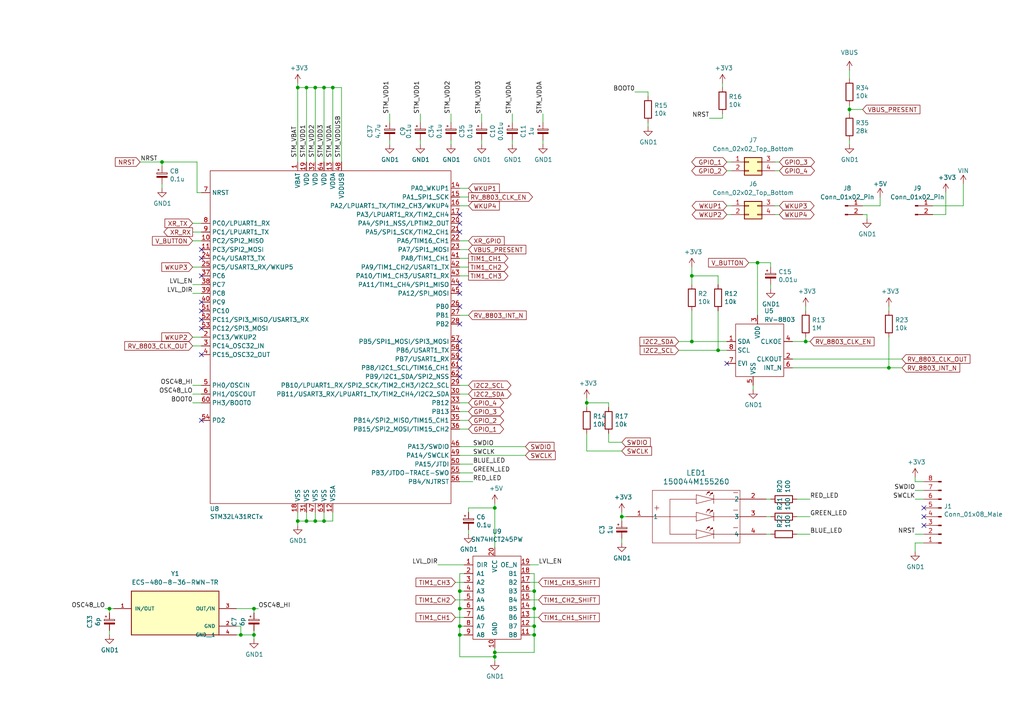
<source format=kicad_sch>
(kicad_sch (version 20231120) (generator "eeschema") (generator_version "8.0")
  (paper "A4")
  (lib_symbols
    (symbol "Connector:Conn_01x02_Pin" (pin_names (offset 1.016) hide)
      (property "Reference" "J" (at 0 2.54 0))
      (property "Value" "Conn_01x02_Pin" (at 0 -5.08 0))
      (symbol "Conn_01x02_Pin_1_1"
        (pin passive line (at 5.08 0 180) (length 3.81) (name "Pin_1") (number "1"))
        (pin passive line (at 5.08 -2.54 180) (length 3.81) (name "Pin_2") (number "2"))
      )
    )
    (symbol "Connector:Conn_01x08_Male" (pin_names (offset 1.016) hide)
      (property "Reference" "J" (at 0 10.16 0))
      (property "Value" "Conn_01x08_Male" (at 0 -12.7 0))
      (symbol "Conn_01x08_Male_1_1"
        (pin passive line (at 5.08 7.62 180) (length 3.81) (name "Pin_1") (number "1"))
        (pin passive line (at 5.08 5.08 180) (length 3.81) (name "Pin_2") (number "2"))
        (pin passive line (at 5.08 2.54 180) (length 3.81) (name "Pin_3") (number "3"))
        (pin passive line (at 5.08 0 180) (length 3.81) (name "Pin_4") (number "4"))
        (pin passive line (at 5.08 -2.54 180) (length 3.81) (name "Pin_5") (number "5"))
        (pin passive line (at 5.08 -5.08 180) (length 3.81) (name "Pin_6") (number "6"))
        (pin passive line (at 5.08 -7.62 180) (length 3.81) (name "Pin_7") (number "7"))
        (pin passive line (at 5.08 -10.16 180) (length 3.81) (name "Pin_8") (number "8"))
      )
    )
    (symbol "Connector_Generic:Conn_02x02_Top_Bottom" (pin_names (offset 1.016) hide)
      (property "Reference" "J" (at 1.27 2.54 0))
      (property "Value" "Conn_02x02_Top_Bottom" (at 1.27 -5.08 0))
      (symbol "Conn_02x02_Top_Bottom_1_1"
        (pin passive line (at -5.08 0 0) (length 3.81) (name "Pin_1") (number "1"))
        (pin passive line (at -5.08 -2.54 0) (length 3.81) (name "Pin_2") (number "2"))
        (pin passive line (at 7.62 0 180) (length 3.81) (name "Pin_3") (number "3"))
        (pin passive line (at 7.62 -2.54 180) (length 3.81) (name "Pin_4") (number "4"))
      )
    )
    (symbol "Device:R" (pin_numbers hide) (pin_names (offset 0))
      (property "Reference" "R" (at 2.032 0 90))
      (property "Value" "R" (at 0 0 90))
      (symbol "R_1_1"
        (pin passive line (at 0 3.81 270) (length 1.27) (name "~") (number "1"))
        (pin passive line (at 0 -3.81 90) (length 1.27) (name "~") (number "2"))
      )
    )
    (symbol "power:+5V" (power) (pin_names (offset 0))
      (property "Value" "+5V" (at 0 3.556 0))
      (symbol "+5V_1_1"
        (pin power_in line (at 0 0 90) (length 0) hide (name "+5V") (number "1"))
      )
    )
    (symbol "power:GND1" (power) (pin_names (offset 0))
      (property "Value" "GND1" (at 0 -3.81 0))
      (symbol "GND1_1_1"
        (pin power_in line (at 0 0 270) (length 0) hide (name "GND1") (number "1"))
      )
    )
    (symbol "power:VBUS" (power) (pin_names (offset 0))
      (property "Value" "VBUS" (at 0 3.81 0))
      (symbol "VBUS_1_1"
        (pin power_in line (at 0 0 90) (length 0) hide (name "VBUS") (number "1"))
      )
    )
    (symbol "spudglo_driver_v3p1-rescue:+3.3V-power" (power) (pin_names (offset 0))
      (property "Value" "+3.3V-power" (at 0 3.556 0))
      (symbol "+3.3V-power_1_1"
        (pin power_in line (at 0 0 90) (length 0) hide (name "+3V3") (number "1"))
      )
    )
    (symbol "spudglo_driver_v3p1-rescue:CP_Small-Device" (pin_numbers hide) (pin_names (offset 0.254) hide)
      (property "Reference" "C" (at 0.254 1.778 0))
      (property "Value" "CP_Small-Device" (at 0.254 -2.032 0))
      (symbol "CP_Small-Device_1_1"
        (pin passive line (at 0 2.54 270) (length 1.8542) (name "~") (number "1"))
        (pin passive line (at 0 -2.54 90) (length 1.8542) (name "~") (number "2"))
      )
    )
    (symbol "spudglo_driver_v3p1-rescue:SN74HCT245PW-srw_custom" (pin_names (offset 1.016))
      (property "Reference" "U" (at -13.97 16.51 0))
      (property "Value" "SN74HCT245PW-srw_custom" (at 0 -34.29 0))
      (symbol "SN74HCT245PW-srw_custom_1_1"
        (pin input line (at -2.54 -2.54 0) (length 2.54) (name "DIR") (number "1"))
        (pin input line (at 6.35 -26.67 90) (length 2.54) (name "GND") (number "10"))
        (pin input line (at 16.51 -22.86 180) (length 2.54) (name "B8") (number "11"))
        (pin input line (at 16.51 -20.32 180) (length 2.54) (name "B7") (number "12"))
        (pin input line (at 16.51 -17.78 180) (length 2.54) (name "B6") (number "13"))
        (pin input line (at 16.51 -15.24 180) (length 2.54) (name "B5") (number "14"))
        (pin input line (at 16.51 -12.7 180) (length 2.54) (name "B4") (number "15"))
        (pin input line (at 16.51 -10.16 180) (length 2.54) (name "B3") (number "16"))
        (pin input line (at 16.51 -7.62 180) (length 2.54) (name "B2") (number "17"))
        (pin input line (at 16.51 -5.08 180) (length 2.54) (name "B1") (number "18"))
        (pin input line (at 16.51 -2.54 180) (length 2.54) (name "OE_N") (number "19"))
        (pin input line (at -2.54 -5.08 0) (length 2.54) (name "A1") (number "2"))
        (pin input line (at 6.35 2.54 270) (length 2.54) (name "VCC") (number "20"))
        (pin input line (at -2.54 -7.62 0) (length 2.54) (name "A2") (number "3"))
        (pin input line (at -2.54 -10.16 0) (length 2.54) (name "A3") (number "4"))
        (pin input line (at -2.54 -12.7 0) (length 2.54) (name "A4") (number "5"))
        (pin input line (at -2.54 -15.24 0) (length 2.54) (name "A5") (number "6"))
        (pin input line (at -2.54 -17.78 0) (length 2.54) (name "A6") (number "7"))
        (pin input line (at -2.54 -20.32 0) (length 2.54) (name "A7") (number "8"))
        (pin input line (at -2.54 -22.86 0) (length 2.54) (name "A8") (number "9"))
      )
    )
    (symbol "spudglo_driver_v3p1-rescue:STM32L431RCTx-MCU_ST_STM32L4"
      (property "Reference" "U" (at -6.35 29.21 0))
      (property "Value" "STM32L431RCTx-MCU_ST_STM32L4" (at -8.89 -72.39 0))
      (symbol "STM32L431RCTx-MCU_ST_STM32L4_1_1"
        (pin power_in line (at 16.51 29.21 270) (length 2.54) (name "VBAT") (number "1"))
        (pin bidirectional line (at -11.43 6.35 0) (length 2.54) (name "PC2/SPI2_MISO") (number "10"))
        (pin bidirectional line (at -11.43 3.81 0) (length 2.54) (name "PC3/SPI2_MOSI") (number "11"))
        (pin power_in line (at 26.67 -72.39 90) (length 2.54) (name "VSSA") (number "12"))
        (pin power_in line (at 26.67 29.21 270) (length 2.54) (name "VDDA") (number "13"))
        (pin bidirectional line (at 63.5 21.59 180) (length 2.54) (name "PA0_WKUP1") (number "14"))
        (pin bidirectional line (at 63.5 19.05 180) (length 2.54) (name "PA1_SPI1_SCK") (number "15"))
        (pin bidirectional line (at 63.5 16.51 180) (length 2.54) (name "PA2/LPUART1_TX/TIM2_CH3/WKUP4") (number "16"))
        (pin bidirectional line (at 63.5 13.97 180) (length 2.54) (name "PA3/LPUART1_RX/TIM2_CH4") (number "17"))
        (pin power_in line (at 16.51 -72.39 90) (length 2.54) (name "VSS") (number "18"))
        (pin power_in line (at 19.05 29.21 270) (length 2.54) (name "VDD") (number "19"))
        (pin bidirectional line (at -11.43 -21.59 0) (length 2.54) (name "PC13/WKUP2") (number "2"))
        (pin bidirectional line (at 63.5 11.43 180) (length 2.54) (name "PA4/SPI1_NSS/LPTIM2_OUT") (number "20"))
        (pin bidirectional line (at 63.5 8.89 180) (length 2.54) (name "PA5/SPI1_SCK/TIM2_CH1") (number "21"))
        (pin bidirectional line (at 63.5 6.35 180) (length 2.54) (name "PA6/TIM16_CH1") (number "22"))
        (pin bidirectional line (at 63.5 3.81 180) (length 2.54) (name "PA7/SPI1_MOSI") (number "23"))
        (pin bidirectional line (at -11.43 1.27 0) (length 2.54) (name "PC4/USART3_TX") (number "24"))
        (pin bidirectional line (at -11.43 -1.27 0) (length 2.54) (name "PC5/USART3_RX/WKUP5") (number "25"))
        (pin bidirectional line (at 63.5 -12.7 180) (length 2.54) (name "PB0") (number "26"))
        (pin bidirectional line (at 63.5 -15.24 180) (length 2.54) (name "PB1") (number "27"))
        (pin bidirectional line (at 63.5 -17.78 180) (length 2.54) (name "PB2") (number "28"))
        (pin bidirectional line (at 63.5 -35.56 180) (length 2.54) (name "PB10/LPUART1_RX/SPI2_SCK/TIM2_CH3/I2C2_SCL") (number "29"))
        (pin bidirectional line (at -11.43 -24.13 0) (length 2.54) (name "PC14_OSC32_IN") (number "3"))
        (pin bidirectional line (at 63.5 -38.1 180) (length 2.54) (name "PB11/USART3_RX/LPUART1_TX/TIM2_CH4/I2C2_SDA") (number "30"))
        (pin power_in line (at 19.05 -72.39 90) (length 2.54) (name "VSS") (number "31"))
        (pin power_in line (at 21.59 29.21 270) (length 2.54) (name "VDD") (number "32"))
        (pin bidirectional line (at 63.5 -40.64 180) (length 2.54) (name "PB12") (number "33"))
        (pin bidirectional line (at 63.5 -43.18 180) (length 2.54) (name "PB13") (number "34"))
        (pin bidirectional line (at 63.5 -45.72 180) (length 2.54) (name "PB14/SPI2_MISO/TIM15_CH1") (number "35"))
        (pin bidirectional line (at 63.5 -48.26 180) (length 2.54) (name "PB15/SPI2_MOSI/TIM15_CH2") (number "36"))
        (pin bidirectional line (at -11.43 -3.81 0) (length 2.54) (name "PC6") (number "37"))
        (pin bidirectional line (at -11.43 -6.35 0) (length 2.54) (name "PC7") (number "38"))
        (pin bidirectional line (at -11.43 -8.89 0) (length 2.54) (name "PC8") (number "39"))
        (pin bidirectional line (at -11.43 -26.67 0) (length 2.54) (name "PC15_OSC32_OUT") (number "4"))
        (pin bidirectional line (at -11.43 -11.43 0) (length 2.54) (name "PC9") (number "40"))
        (pin bidirectional line (at 63.5 1.27 180) (length 2.54) (name "PA8/TIM1_CH1") (number "41"))
        (pin bidirectional line (at 63.5 -1.27 180) (length 2.54) (name "PA9/TIM1_CH2/USART1_TX") (number "42"))
        (pin bidirectional line (at 63.5 -3.81 180) (length 2.54) (name "PA10/TIM1_CH3/USART1_RX") (number "43"))
        (pin bidirectional line (at 63.5 -6.35 180) (length 2.54) (name "PA11/TIM1_CH4/SPI1_MISO") (number "44"))
        (pin bidirectional line (at 63.5 -8.89 180) (length 2.54) (name "PA12/SPI_MOSI") (number "45"))
        (pin bidirectional line (at 63.5 -53.34 180) (length 2.54) (name "PA13/SWDIO") (number "46"))
        (pin power_in line (at 21.59 -72.39 90) (length 2.54) (name "VSS") (number "47"))
        (pin power_in line (at 29.21 29.21 270) (length 2.54) (name "VDDUSB") (number "48"))
        (pin bidirectional line (at 63.5 -55.88 180) (length 2.54) (name "PA14/SWCLK") (number "49"))
        (pin input line (at -11.43 -35.56 0) (length 2.54) (name "PH0/OSCIN") (number "5"))
        (pin bidirectional line (at 63.5 -58.42 180) (length 2.54) (name "PA15/JTDI") (number "50"))
        (pin bidirectional line (at -11.43 -13.97 0) (length 2.54) (name "PC10") (number "51"))
        (pin bidirectional line (at -11.43 -16.51 0) (length 2.54) (name "PC11/SPI3_MISO/USART3_RX") (number "52"))
        (pin bidirectional line (at -11.43 -19.05 0) (length 2.54) (name "PC12/SPI3_MOSI") (number "53"))
        (pin bidirectional line (at -11.43 -45.72 0) (length 2.54) (name "PD2") (number "54"))
        (pin bidirectional line (at 63.5 -60.96 180) (length 2.54) (name "PB3/JTDO-TRACE-SWO") (number "55"))
        (pin bidirectional line (at 63.5 -63.5 180) (length 2.54) (name "PB4/NJTRST") (number "56"))
        (pin bidirectional line (at 63.5 -22.86 180) (length 2.54) (name "PB5/SPI1_MOSI/SPI3_MOSI") (number "57"))
        (pin bidirectional line (at 63.5 -25.4 180) (length 2.54) (name "PB6/USART1_TX") (number "58"))
        (pin bidirectional line (at 63.5 -27.94 180) (length 2.54) (name "PB7/USART1_RX") (number "59"))
        (pin input line (at -11.43 -38.1 0) (length 2.54) (name "PH1/OSCOUT") (number "6"))
        (pin bidirectional line (at -11.43 -40.64 0) (length 2.54) (name "PH3/BOOT0") (number "60"))
        (pin bidirectional line (at 63.5 -30.48 180) (length 2.54) (name "PB8/I2C1_SCL/TIM16_CH1") (number "61"))
        (pin bidirectional line (at 63.5 -33.02 180) (length 2.54) (name "PB9/I2C1_SDA/SPI2_NSS") (number "62"))
        (pin power_in line (at 24.13 -72.39 90) (length 2.54) (name "VSS") (number "63"))
        (pin power_in line (at 24.13 29.21 270) (length 2.54) (name "VDD") (number "64"))
        (pin input line (at -11.43 20.32 0) (length 2.54) (name "NRST") (number "7"))
        (pin bidirectional line (at -11.43 11.43 0) (length 2.54) (name "PC0/LPUART1_RX") (number "8"))
        (pin bidirectional line (at -11.43 8.89 0) (length 2.54) (name "PC1/LPUART1_TX") (number "9"))
      )
    )
    (symbol "srw:rv-8803"
      (property "Reference" "U" (at -1.27 2.54 0))
      (property "Value" "RV-8803" (at 12.7 -16.51 0))
      (symbol "rv-8803_1_1"
        (pin input line (at -2.54 -5.08 0) (length 2.54) (name "SDA") (number "1"))
        (pin input line (at 16.51 -10.16 180) (length 2.54) (name "CLKOUT") (number "2"))
        (pin input line (at 6.35 2.54 270) (length 2.54) (name "VDD") (number "3"))
        (pin input line (at 16.51 -5.08 180) (length 2.54) (name "CLKOE") (number "4"))
        (pin input line (at 5.08 -17.78 90) (length 2.54) (name "VSS") (number "5"))
        (pin input line (at 16.51 -12.7 180) (length 2.54) (name "INT_N") (number "6"))
        (pin input line (at -2.54 -11.43 0) (length 2.54) (name "EVI") (number "7"))
        (pin input line (at -2.54 -7.62 0) (length 2.54) (name "SCL") (number "8"))
      )
    )
    (symbol "srw_custom:150044M155260" (pin_names (offset 0.254))
      (property "Reference" "LED" (at 20.32 10.16 0))
      (property "Value" "150044M155260" (at 20.32 7.62 0))
      (symbol "150044M155260_0_1"
        (pin unspecified line (at 0 -2.54 0) (length 7.62) (name "1") (number "1"))
        (pin unspecified line (at 40.64 2.54 180) (length 7.62) (name "2") (number "2"))
        (pin unspecified line (at 40.64 -2.54 180) (length 7.62) (name "3") (number "3"))
        (pin unspecified line (at 40.64 -7.62 180) (length 7.62) (name "4") (number "4"))
      )
    )
    (symbol "srw_custom:ECS-480-8-36-RWN-TR" (pin_names (offset 1.016))
      (property "Reference" "Y" (at -12.7289 7.6374 0))
      (property "Value" "ECS-480-8-36-RWN-TR" (at -12.7089 -7.6253 0))
      (symbol "ECS-480-8-36-RWN-TR_0_0"
        (pin bidirectional line (at -17.78 2.54 0) (length 5.08) (name "IN/OUT") (number "1"))
        (pin power_in line (at 17.78 -2.54 180) (length 5.08) (name "GND") (number "2"))
        (pin bidirectional line (at 17.78 2.54 180) (length 5.08) (name "OUT/IN") (number "3"))
        (pin power_in line (at 17.78 -5.08 180) (length 5.08) (name "GND__1") (number "4"))
      )
    )
  )
  (junction (at 143.51 190.5))
  (junction (at 93.98 25.4))
  (junction (at 170.18 116.84))
  (junction (at 257.81 106.68))
  (junction (at 143.51 189.23))
  (junction (at 69.85 184.15))
  (junction (at 96.52 25.4))
  (junction (at 31.75 176.53))
  (junction (at 133.35 176.53))
  (junction (at 88.9 151.13))
  (junction (at 88.9 25.4))
  (junction (at 73.66 176.53))
  (junction (at 133.35 171.45))
  (junction (at 46.99 46.99))
  (junction (at 154.94 181.61))
  (junction (at 73.66 184.15))
  (junction (at 133.35 184.15))
  (junction (at 208.28 101.6))
  (junction (at 86.36 25.4))
  (junction (at 219.71 76.2))
  (junction (at 154.94 176.53))
  (junction (at 154.94 171.45))
  (junction (at 233.68 99.06))
  (junction (at 93.98 151.13))
  (junction (at 91.44 25.4))
  (junction (at 86.36 151.13))
  (junction (at 180.34 149.86))
  (junction (at 154.94 184.15))
  (junction (at 200.66 80.01))
  (junction (at 246.38 31.75))
  (junction (at 133.35 181.61))
  (junction (at 143.51 147.32))
  (junction (at 200.66 99.06))
  (junction (at 91.44 151.13))
  (no_connect (at 133.35 64.77))
  (no_connect (at 58.42 121.92))
  (no_connect (at 133.35 67.31))
  (no_connect (at 133.35 109.22))
  (no_connect (at 58.42 102.87))
  (no_connect (at 267.97 147.32))
  (no_connect (at 133.35 82.55))
  (no_connect (at 133.35 93.98))
  (no_connect (at 58.42 72.39))
  (no_connect (at 133.35 85.09))
  (no_connect (at 210.82 105.41))
  (no_connect (at 58.42 80.01))
  (no_connect (at 58.42 92.71))
  (no_connect (at 267.97 152.4))
  (no_connect (at 133.35 104.14))
  (no_connect (at 58.42 95.25))
  (no_connect (at 133.35 62.23))
  (no_connect (at 58.42 90.17))
  (no_connect (at 133.35 101.6))
  (no_connect (at 133.35 99.06))
  (no_connect (at 133.35 106.68))
  (no_connect (at 267.97 149.86))
  (no_connect (at 58.42 87.63))
  (no_connect (at 58.42 74.93))
  (no_connect (at 133.35 88.9))
  (wire (pts (xy 154.94 181.61) (xy 154.94 184.15)))
  (wire (pts (xy 69.85 184.15) (xy 69.85 181.61)))
  (wire (pts (xy 153.67 176.53) (xy 154.94 176.53)))
  (wire (pts (xy 55.88 85.09) (xy 58.42 85.09)))
  (wire (pts (xy 153.67 163.83) (xy 156.21 163.83)))
  (wire (pts (xy 219.71 76.2) (xy 219.71 91.44)))
  (wire (pts (xy 133.35 132.08) (xy 152.4 132.08)))
  (wire (pts (xy 219.71 76.2) (xy 223.52 76.2)))
  (wire (pts (xy 133.35 176.53) (xy 133.35 171.45)))
  (wire (pts (xy 137.16 137.16) (xy 133.35 137.16)))
  (wire (pts (xy 69.85 184.15) (xy 73.66 184.15)))
  (wire (pts (xy 135.89 114.3) (xy 133.35 114.3)))
  (wire (pts (xy 250.19 59.69) (xy 255.27 59.69)))
  (wire (pts (xy 246.38 31.75) (xy 246.38 33.02)))
  (wire (pts (xy 180.34 149.86) (xy 181.61 149.86)))
  (wire (pts (xy 133.35 184.15) (xy 133.35 181.61)))
  (wire (pts (xy 265.43 144.78) (xy 267.97 144.78)))
  (wire (pts (xy 170.18 115.57) (xy 170.18 116.84)))
  (wire (pts (xy 231.14 154.94) (xy 234.95 154.94)))
  (wire (pts (xy 257.81 106.68) (xy 261.62 106.68)))
  (wire (pts (xy 46.99 54.61) (xy 46.99 53.34)))
  (wire (pts (xy 132.08 173.99) (xy 134.62 173.99)))
  (wire (pts (xy 31.75 177.8) (xy 31.75 176.53)))
  (wire (pts (xy 222.25 144.78) (xy 223.52 144.78)))
  (wire (pts (xy 96.52 25.4) (xy 99.06 25.4)))
  (wire (pts (xy 154.94 171.45) (xy 154.94 166.37)))
  (wire (pts (xy 99.06 25.4) (xy 99.06 46.99)))
  (wire (pts (xy 133.35 74.93) (xy 135.89 74.93)))
  (wire (pts (xy 133.35 54.61) (xy 135.89 54.61)))
  (wire (pts (xy 133.35 171.45) (xy 134.62 171.45)))
  (wire (pts (xy 143.51 189.23) (xy 154.94 189.23)))
  (wire (pts (xy 180.34 128.27) (xy 176.53 128.27)))
  (wire (pts (xy 143.51 189.23) (xy 143.51 187.96)))
  (wire (pts (xy 217.17 76.2) (xy 219.71 76.2)))
  (wire (pts (xy 229.87 104.14) (xy 261.62 104.14)))
  (wire (pts (xy 154.94 166.37) (xy 153.67 166.37)))
  (wire (pts (xy 133.35 171.45) (xy 133.35 166.37)))
  (wire (pts (xy 143.51 190.5) (xy 133.35 190.5)))
  (wire (pts (xy 73.66 184.15) (xy 73.66 185.42)))
  (wire (pts (xy 55.88 114.3) (xy 58.42 114.3)))
  (wire (pts (xy 176.53 116.84) (xy 170.18 116.84)))
  (wire (pts (xy 121.92 41.91) (xy 121.92 40.64)))
  (wire (pts (xy 180.34 148.59) (xy 180.34 149.86)))
  (wire (pts (xy 73.66 176.53) (xy 68.58 176.53)))
  (wire (pts (xy 196.85 99.06) (xy 200.66 99.06)))
  (wire (pts (xy 154.94 189.23) (xy 154.94 184.15)))
  (wire (pts (xy 127 163.83) (xy 134.62 163.83)))
  (wire (pts (xy 96.52 151.13) (xy 93.98 151.13)))
  (wire (pts (xy 154.94 181.61) (xy 154.94 176.53)))
  (wire (pts (xy 184.15 26.67) (xy 187.96 26.67)))
  (wire (pts (xy 153.67 181.61) (xy 154.94 181.61)))
  (wire (pts (xy 55.88 97.79) (xy 58.42 97.79)))
  (wire (pts (xy 55.88 67.31) (xy 58.42 67.31)))
  (wire (pts (xy 93.98 151.13) (xy 91.44 151.13)))
  (wire (pts (xy 86.36 25.4) (xy 88.9 25.4)))
  (wire (pts (xy 73.66 177.8) (xy 73.66 176.53)))
  (wire (pts (xy 55.88 69.85) (xy 58.42 69.85)))
  (wire (pts (xy 279.4 59.69) (xy 279.4 53.34)))
  (wire (pts (xy 88.9 151.13) (xy 86.36 151.13)))
  (wire (pts (xy 210.82 46.99) (xy 212.09 46.99)))
  (wire (pts (xy 255.27 59.69) (xy 255.27 57.15)))
  (wire (pts (xy 231.14 144.78) (xy 234.95 144.78)))
  (wire (pts (xy 130.81 41.91) (xy 130.81 40.64)))
  (wire (pts (xy 257.81 97.79) (xy 257.81 106.68)))
  (wire (pts (xy 233.68 88.9) (xy 233.68 90.17)))
  (wire (pts (xy 170.18 116.84) (xy 170.18 118.11)))
  (wire (pts (xy 265.43 157.48) (xy 265.43 160.02)))
  (wire (pts (xy 143.51 191.77) (xy 143.51 190.5)))
  (wire (pts (xy 133.35 166.37) (xy 134.62 166.37)))
  (wire (pts (xy 132.08 179.07) (xy 134.62 179.07)))
  (wire (pts (xy 223.52 76.2) (xy 223.52 77.47)))
  (wire (pts (xy 31.75 182.88) (xy 31.75 184.15)))
  (wire (pts (xy 200.66 80.01) (xy 200.66 82.55)))
  (wire (pts (xy 229.87 106.68) (xy 257.81 106.68)))
  (wire (pts (xy 135.89 119.38) (xy 133.35 119.38)))
  (wire (pts (xy 143.51 147.32) (xy 143.51 158.75)))
  (wire (pts (xy 88.9 25.4) (xy 88.9 46.99)))
  (wire (pts (xy 231.14 149.86) (xy 234.95 149.86)))
  (wire (pts (xy 210.82 59.69) (xy 212.09 59.69)))
  (wire (pts (xy 133.35 190.5) (xy 133.35 184.15)))
  (wire (pts (xy 180.34 149.86) (xy 180.34 151.13)))
  (wire (pts (xy 246.38 31.75) (xy 250.19 31.75)))
  (wire (pts (xy 133.35 69.85) (xy 135.89 69.85)))
  (wire (pts (xy 267.97 139.7) (xy 265.43 139.7)))
  (wire (pts (xy 58.42 55.88) (xy 57.15 55.88)))
  (wire (pts (xy 246.38 40.64) (xy 246.38 41.91)))
  (wire (pts (xy 86.36 24.13) (xy 86.36 25.4)))
  (wire (pts (xy 222.25 154.94) (xy 223.52 154.94)))
  (wire (pts (xy 154.94 176.53) (xy 154.94 171.45)))
  (wire (pts (xy 257.81 88.9) (xy 257.81 90.17)))
  (wire (pts (xy 30.48 176.53) (xy 31.75 176.53)))
  (wire (pts (xy 31.75 176.53) (xy 33.02 176.53)))
  (wire (pts (xy 130.81 33.02) (xy 130.81 35.56)))
  (wire (pts (xy 148.59 33.02) (xy 148.59 35.56)))
  (wire (pts (xy 270.51 62.23) (xy 274.32 62.23)))
  (wire (pts (xy 208.28 80.01) (xy 200.66 80.01)))
  (wire (pts (xy 143.51 190.5) (xy 143.51 189.23)))
  (wire (pts (xy 265.43 142.24) (xy 267.97 142.24)))
  (wire (pts (xy 73.66 176.53) (xy 74.93 176.53)))
  (wire (pts (xy 180.34 156.21) (xy 180.34 157.48)))
  (wire (pts (xy 157.48 41.91) (xy 157.48 40.64)))
  (wire (pts (xy 135.89 153.67) (xy 135.89 154.94)))
  (wire (pts (xy 209.55 25.4) (xy 209.55 24.13)))
  (wire (pts (xy 209.55 34.29) (xy 209.55 33.02)))
  (wire (pts (xy 135.89 111.76) (xy 133.35 111.76)))
  (wire (pts (xy 135.89 116.84) (xy 133.35 116.84)))
  (wire (pts (xy 233.68 99.06) (xy 234.95 99.06)))
  (wire (pts (xy 208.28 101.6) (xy 210.82 101.6)))
  (wire (pts (xy 91.44 148.59) (xy 91.44 151.13)))
  (wire (pts (xy 113.03 33.02) (xy 113.03 35.56)))
  (wire (pts (xy 251.46 62.23) (xy 251.46 63.5)))
  (wire (pts (xy 270.51 59.69) (xy 279.4 59.69)))
  (wire (pts (xy 274.32 62.23) (xy 274.32 55.88)))
  (wire (pts (xy 222.25 149.86) (xy 223.52 149.86)))
  (wire (pts (xy 88.9 148.59) (xy 88.9 151.13)))
  (wire (pts (xy 187.96 27.94) (xy 187.96 26.67)))
  (wire (pts (xy 91.44 25.4) (xy 93.98 25.4)))
  (wire (pts (xy 55.88 111.76) (xy 58.42 111.76)))
  (wire (pts (xy 267.97 157.48) (xy 265.43 157.48)))
  (wire (pts (xy 135.89 124.46) (xy 133.35 124.46)))
  (wire (pts (xy 153.67 171.45) (xy 154.94 171.45)))
  (wire (pts (xy 46.99 46.99) (xy 57.15 46.99)))
  (wire (pts (xy 137.16 139.7) (xy 133.35 139.7)))
  (wire (pts (xy 139.7 41.91) (xy 139.7 40.64)))
  (wire (pts (xy 176.53 128.27) (xy 176.53 125.73)))
  (wire (pts (xy 133.35 129.54) (xy 152.4 129.54)))
  (wire (pts (xy 135.89 148.59) (xy 135.89 147.32)))
  (wire (pts (xy 133.35 176.53) (xy 134.62 176.53)))
  (wire (pts (xy 135.89 77.47) (xy 133.35 77.47)))
  (wire (pts (xy 55.88 77.47) (xy 58.42 77.47)))
  (wire (pts (xy 187.96 36.83) (xy 187.96 35.56)))
  (wire (pts (xy 180.34 130.81) (xy 170.18 130.81)))
  (wire (pts (xy 91.44 25.4) (xy 91.44 46.99)))
  (wire (pts (xy 218.44 111.76) (xy 218.44 113.03)))
  (wire (pts (xy 153.67 173.99) (xy 156.21 173.99)))
  (wire (pts (xy 246.38 20.32) (xy 246.38 22.86)))
  (wire (pts (xy 86.36 25.4) (xy 86.36 46.99)))
  (wire (pts (xy 55.88 82.55) (xy 58.42 82.55)))
  (wire (pts (xy 139.7 33.02) (xy 139.7 35.56)))
  (wire (pts (xy 135.89 57.15) (xy 133.35 57.15)))
  (wire (pts (xy 57.15 55.88) (xy 57.15 46.99)))
  (wire (pts (xy 208.28 90.17) (xy 208.28 101.6)))
  (wire (pts (xy 86.36 151.13) (xy 86.36 152.4)))
  (wire (pts (xy 135.89 121.92) (xy 133.35 121.92)))
  (wire (pts (xy 91.44 151.13) (xy 88.9 151.13)))
  (wire (pts (xy 133.35 72.39) (xy 135.89 72.39)))
  (wire (pts (xy 154.94 184.15) (xy 153.67 184.15)))
  (wire (pts (xy 210.82 62.23) (xy 212.09 62.23)))
  (wire (pts (xy 176.53 118.11) (xy 176.53 116.84)))
  (wire (pts (xy 205.74 34.29) (xy 209.55 34.29)))
  (wire (pts (xy 196.85 101.6) (xy 208.28 101.6)))
  (wire (pts (xy 135.89 80.01) (xy 133.35 80.01)))
  (wire (pts (xy 224.79 59.69) (xy 226.06 59.69)))
  (wire (pts (xy 133.35 181.61) (xy 134.62 181.61)))
  (wire (pts (xy 93.98 148.59) (xy 93.98 151.13)))
  (wire (pts (xy 55.88 100.33) (xy 58.42 100.33)))
  (wire (pts (xy 137.16 134.62) (xy 133.35 134.62)))
  (wire (pts (xy 229.87 99.06) (xy 233.68 99.06)))
  (wire (pts (xy 200.66 77.47) (xy 200.66 80.01)))
  (wire (pts (xy 143.51 146.05) (xy 143.51 147.32)))
  (wire (pts (xy 210.82 49.53) (xy 212.09 49.53)))
  (wire (pts (xy 224.79 62.23) (xy 226.06 62.23)))
  (wire (pts (xy 86.36 148.59) (xy 86.36 151.13)))
  (wire (pts (xy 132.08 168.91) (xy 134.62 168.91)))
  (wire (pts (xy 224.79 46.99) (xy 226.06 46.99)))
  (wire (pts (xy 96.52 148.59) (xy 96.52 151.13)))
  (wire (pts (xy 93.98 25.4) (xy 96.52 25.4)))
  (wire (pts (xy 135.89 147.32) (xy 143.51 147.32)))
  (wire (pts (xy 153.67 179.07) (xy 156.21 179.07)))
  (wire (pts (xy 55.88 116.84) (xy 58.42 116.84)))
  (wire (pts (xy 157.48 33.02) (xy 157.48 35.56)))
  (wire (pts (xy 96.52 25.4) (xy 96.52 46.99)))
  (wire (pts (xy 133.35 184.15) (xy 134.62 184.15)))
  (wire (pts (xy 40.64 46.99) (xy 46.99 46.99)))
  (wire (pts (xy 46.99 48.26) (xy 46.99 46.99)))
  (wire (pts (xy 55.88 64.77) (xy 58.42 64.77)))
  (wire (pts (xy 265.43 154.94) (xy 267.97 154.94)))
  (wire (pts (xy 93.98 25.4) (xy 93.98 46.99)))
  (wire (pts (xy 153.67 168.91) (xy 156.21 168.91)))
  (wire (pts (xy 73.66 184.15) (xy 73.66 182.88)))
  (wire (pts (xy 246.38 30.48) (xy 246.38 31.75)))
  (wire (pts (xy 223.52 82.55) (xy 223.52 83.82)))
  (wire (pts (xy 200.66 99.06) (xy 210.82 99.06)))
  (wire (pts (xy 133.35 181.61) (xy 133.35 176.53)))
  (wire (pts (xy 133.35 91.44) (xy 135.89 91.44)))
  (wire (pts (xy 200.66 90.17) (xy 200.66 99.06)))
  (wire (pts (xy 121.92 33.02) (xy 121.92 35.56)))
  (wire (pts (xy 224.79 49.53) (xy 226.06 49.53)))
  (wire (pts (xy 69.85 181.61) (xy 68.58 181.61)))
  (wire (pts (xy 265.43 139.7) (xy 265.43 138.43)))
  (wire (pts (xy 113.03 41.91) (xy 113.03 40.64)))
  (wire (pts (xy 250.19 62.23) (xy 251.46 62.23)))
  (wire (pts (xy 148.59 41.91) (xy 148.59 40.64)))
  (wire (pts (xy 233.68 99.06) (xy 233.68 97.79)))
  (wire (pts (xy 135.89 59.69) (xy 133.35 59.69)))
  (wire (pts (xy 88.9 25.4) (xy 91.44 25.4)))
  (wire (pts (xy 170.18 130.81) (xy 170.18 125.73)))
  (wire (pts (xy 208.28 82.55) (xy 208.28 80.01)))
  (wire (pts (xy 68.58 184.15) (xy 69.85 184.15)))
  (label "NRST" (at 205.74 34.29 180))
  (label "STM_VBAT" (at 86.36 45.72 90))
  (label "SWCLK" (at 137.16 132.08 0))
  (label "LVL_EN" (at 156.21 163.83 0))
  (label "LVL_EN" (at 55.88 82.55 180))
  (label "STM_VDD3" (at 139.7 33.02 90))
  (label "OSC48_HI" (at 74.93 176.53 0))
  (label "SWCLK" (at 265.43 144.78 180))
  (label "STM_VDDA" (at 96.52 45.72 90))
  (label "GREEN_LED" (at 137.16 137.16 0))
  (label "STM_VDD3" (at 93.98 45.72 90))
  (label "GREEN_LED" (at 234.95 149.86 0))
  (label "BLUE_LED" (at 137.16 134.62 0))
  (label "SWDIO" (at 265.43 142.24 180))
  (label "LVL_DIR" (at 55.88 85.09 180))
  (label "NRST" (at 265.43 154.94 180))
  (label "STM_VDDA" (at 157.48 33.02 90))
  (label "NRST" (at 45.72 46.99 180))
  (label "STM_VDD2" (at 91.44 45.72 90))
  (label "STM_VDDUSB" (at 99.06 45.72 90))
  (label "BOOT0" (at 184.15 26.67 180))
  (label "OSC48_LO" (at 30.48 176.53 180))
  (label "OSC48_LO" (at 55.88 114.3 180))
  (label "LVL_DIR" (at 127 163.83 180))
  (label "STM_VDD1" (at 88.9 45.72 90))
  (label "SWDIO" (at 137.16 129.54 0))
  (label "OSC48_HI" (at 55.88 111.76 180))
  (label "STM_VDD1" (at 121.92 33.02 90))
  (label "BOOT0" (at 55.88 116.84 180))
  (label "RED_LED" (at 234.95 144.78 0))
  (label "STM_VDD2" (at 130.81 33.02 90))
  (label "RED_LED" (at 137.16 139.7 0))
  (label "BLUE_LED" (at 234.95 154.94 0))
  (label "STM_VDD1" (at 113.03 33.02 90))
  (label "STM_VDDA" (at 148.59 33.02 90))
  (global_label "RV_8803_INT_N" (shape input) (at 261.62 106.68 0) (property "Intersheetrefs" "${INTERSHEET_REFS}" (effects (hide yes))))
  (global_label "WKUP2" (shape input) (at 55.88 97.79 180) (property "Intersheetrefs" "${INTERSHEET_REFS}" (effects (hide yes))))
  (global_label "RV_8803_CLK_EN" (shape input) (at 234.95 99.06 0) (property "Intersheetrefs" "${INTERSHEET_REFS}" (effects (hide yes))))
  (global_label "GPIO_4" (shape bidirectional) (at 226.06 49.53 0) (property "Intersheetrefs" "${INTERSHEET_REFS}" (effects (hide yes))))
  (global_label "XR_RX" (shape output) (at 55.88 67.31 180) (property "Intersheetrefs" "${INTERSHEET_REFS}" (effects (hide yes))))
  (global_label "TIM1_CH2" (shape input) (at 132.08 173.99 180) (property "Intersheetrefs" "${INTERSHEET_REFS}" (effects (hide yes))))
  (global_label "GPIO_3" (shape bidirectional) (at 226.06 46.99 0) (property "Intersheetrefs" "${INTERSHEET_REFS}" (effects (hide yes))))
  (global_label "I2C2_SCL" (shape bidirectional) (at 135.89 111.76 0) (property "Intersheetrefs" "${INTERSHEET_REFS}" (effects (hide yes))))
  (global_label "XR_TX" (shape input) (at 55.88 64.77 180) (property "Intersheetrefs" "${INTERSHEET_REFS}" (effects (hide yes))))
  (global_label "TIM1_CH1" (shape input) (at 132.08 179.07 180) (property "Intersheetrefs" "${INTERSHEET_REFS}" (effects (hide yes))))
  (global_label "WKUP2" (shape bidirectional) (at 210.82 62.23 180) (property "Intersheetrefs" "${INTERSHEET_REFS}" (effects (hide yes))))
  (global_label "SWCLK" (shape input) (at 152.4 132.08 0) (property "Intersheetrefs" "${INTERSHEET_REFS}" (effects (hide yes))))
  (global_label "RV_8803_CLK_OUT" (shape input) (at 261.62 104.14 0) (property "Intersheetrefs" "${INTERSHEET_REFS}" (effects (hide yes))))
  (global_label "VBUS_PRESENT" (shape input) (at 250.19 31.75 0) (property "Intersheetrefs" "${INTERSHEET_REFS}" (effects (hide yes))))
  (global_label "WKUP3" (shape bidirectional) (at 226.06 59.69 0) (property "Intersheetrefs" "${INTERSHEET_REFS}" (effects (hide yes))))
  (global_label "TIM1_CH3" (shape input) (at 132.08 168.91 180) (property "Intersheetrefs" "${INTERSHEET_REFS}" (effects (hide yes))))
  (global_label "SWCLK" (shape input) (at 180.34 130.81 0) (property "Intersheetrefs" "${INTERSHEET_REFS}" (effects (hide yes))))
  (global_label "V_BUTTON" (shape input) (at 55.88 69.85 180) (property "Intersheetrefs" "${INTERSHEET_REFS}" (effects (hide yes))))
  (global_label "GPIO_2" (shape bidirectional) (at 210.82 49.53 180) (property "Intersheetrefs" "${INTERSHEET_REFS}" (effects (hide yes))))
  (global_label "SWDIO" (shape input) (at 180.34 128.27 0) (property "Intersheetrefs" "${INTERSHEET_REFS}" (effects (hide yes))))
  (global_label "I2C2_SDA" (shape input) (at 196.85 99.06 180) (property "Intersheetrefs" "${INTERSHEET_REFS}" (effects (hide yes))))
  (global_label "V_BUTTON" (shape input) (at 217.17 76.2 180) (property "Intersheetrefs" "${INTERSHEET_REFS}" (effects (hide yes))))
  (global_label "GPIO_1" (shape bidirectional) (at 210.82 46.99 180) (property "Intersheetrefs" "${INTERSHEET_REFS}" (effects (hide yes))))
  (global_label "SWDIO" (shape input) (at 152.4 129.54 0) (property "Intersheetrefs" "${INTERSHEET_REFS}" (effects (hide yes))))
  (global_label "RV_8803_CLK_OUT" (shape input) (at 55.88 100.33 180) (property "Intersheetrefs" "${INTERSHEET_REFS}" (effects (hide yes))))
  (global_label "VBUS_PRESENT" (shape input) (at 135.89 72.39 0) (property "Intersheetrefs" "${INTERSHEET_REFS}" (effects (hide yes))))
  (global_label "WKUP1" (shape input) (at 135.89 54.61 0) (property "Intersheetrefs" "${INTERSHEET_REFS}" (effects (hide yes))))
  (global_label "RV_8803_CLK_EN" (shape output) (at 135.89 57.15 0) (property "Intersheetrefs" "${INTERSHEET_REFS}" (effects (hide yes))))
  (global_label "TIM1_CH1" (shape output) (at 135.89 74.93 0) (property "Intersheetrefs" "${INTERSHEET_REFS}" (effects (hide yes))))
  (global_label "WKUP4" (shape input) (at 135.89 59.69 0) (property "Intersheetrefs" "${INTERSHEET_REFS}" (effects (hide yes))))
  (global_label "TIM1_CH2_SHIFT" (shape input) (at 156.21 173.99 0) (property "Intersheetrefs" "${INTERSHEET_REFS}" (effects (hide yes))))
  (global_label "WKUP3" (shape input) (at 55.88 77.47 180) (property "Intersheetrefs" "${INTERSHEET_REFS}" (effects (hide yes))))
  (global_label "TIM1_CH2" (shape output) (at 135.89 77.47 0) (property "Intersheetrefs" "${INTERSHEET_REFS}" (effects (hide yes))))
  (global_label "NRST" (shape input) (at 40.64 46.99 180) (property "Intersheetrefs" "${INTERSHEET_REFS}" (effects (hide yes))))
  (global_label "I2C2_SCL" (shape input) (at 196.85 101.6 180) (property "Intersheetrefs" "${INTERSHEET_REFS}" (effects (hide yes))))
  (global_label "TIM1_CH3_SHIFT" (shape input) (at 156.21 168.91 0) (property "Intersheetrefs" "${INTERSHEET_REFS}" (effects (hide yes))))
  (global_label "WKUP4" (shape bidirectional) (at 226.06 62.23 0) (property "Intersheetrefs" "${INTERSHEET_REFS}" (effects (hide yes))))
  (global_label "I2C2_SDA" (shape bidirectional) (at 135.89 114.3 0) (property "Intersheetrefs" "${INTERSHEET_REFS}" (effects (hide yes))))
  (global_label "GPIO_3" (shape bidirectional) (at 135.89 119.38 0) (property "Intersheetrefs" "${INTERSHEET_REFS}" (effects (hide yes))))
  (global_label "TIM1_CH3" (shape output) (at 135.89 80.01 0) (property "Intersheetrefs" "${INTERSHEET_REFS}" (effects (hide yes))))
  (global_label "WKUP1" (shape bidirectional) (at 210.82 59.69 180) (property "Intersheetrefs" "${INTERSHEET_REFS}" (effects (hide yes))))
  (global_label "GPIO_1" (shape bidirectional) (at 135.89 124.46 0) (property "Intersheetrefs" "${INTERSHEET_REFS}" (effects (hide yes))))
  (global_label "XR_GPIO" (shape input) (at 135.89 69.85 0) (property "Intersheetrefs" "${INTERSHEET_REFS}" (effects (hide yes))))
  (global_label "TIM1_CH1_SHIFT" (shape input) (at 156.21 179.07 0) (property "Intersheetrefs" "${INTERSHEET_REFS}" (effects (hide yes))))
  (global_label "GPIO_2" (shape bidirectional) (at 135.89 121.92 0) (property "Intersheetrefs" "${INTERSHEET_REFS}" (effects (hide yes))))
  (global_label "RV_8803_INT_N" (shape input) (at 135.89 91.44 0) (property "Intersheetrefs" "${INTERSHEET_REFS}" (effects (hide yes))))
  (global_label "GPIO_4" (shape bidirectional) (at 135.89 116.84 0) (property "Intersheetrefs" "${INTERSHEET_REFS}" (effects (hide yes))))
  (symbol (lib_id "Connector_Generic:Conn_02x02_Top_Bottom") (at 217.17 59.69 0) (unit 1)
    (property "Reference" "J6" (at 218.44 53.34 0))
    (property "Value" "Conn_02x02_Top_Bottom" (at 218.44 55.88 0))
    (property "Footprint" "Connector_PinHeader_2.00mm:PinHeader_2x02_P2.00mm_Vertical" (effects (hide yes)))
    (property "Description" "Generic connector, double row, 02x02, top/bottom pin numbering scheme (row 1: 1...pins_per_row, row2: pins_per_row+1 ... num_pins), script generated (kicad-library-utils/schlib/autogen/connector/)" (effects (hide yes)))
  )
  (symbol (lib_id "power:GND1") (at 46.99 54.61 0) (unit 1)
    (property "Reference" "#PWR032" (effects (hide yes)))
    (property "Value" "GND1" (at 47.117 59.0042 0))
  )
  (symbol (lib_id "power:GND1") (at 218.44 113.03 0) (unit 1)
    (property "Reference" "#PWR0147" (effects (hide yes)))
    (property "Value" "GND1" (at 218.567 117.4242 0))
  )
  (symbol (lib_id "power:GND1") (at 73.66 185.42 0) (unit 1)
    (property "Reference" "#PWR012" (effects (hide yes)))
    (property "Value" "GND1" (at 73.787 189.8142 0))
  )
  (symbol (lib_id "spudglo_driver_v3p1-rescue:+3.3V-power") (at 170.18 115.57 0) (unit 1)
    (property "Reference" "#PWR036" (effects (hide yes)))
    (property "Value" "+3V3" (at 170.561 111.1758 0))
  )
  (symbol (lib_id "Device:R") (at 246.38 26.67 0) (unit 1)
    (property "Reference" "R34" (at 248.158 25.5016 0) (effects (justify left)))
    (property "Value" "10k" (at 248.158 27.813 0) (effects (justify left)))
    (property "Footprint" "Resistor_SMD:R_0402_1005Metric_Pad0.72x0.64mm_HandSolder" (effects (hide yes)))
  )
  (symbol (lib_id "spudglo_driver_v3p1-rescue:CP_Small-Device") (at 148.59 38.1 0) (unit 1)
    (property "Reference" "C10" (at 142.875 38.1 90))
    (property "Value" "0.01u" (at 145.1864 38.1 90))
    (property "Footprint" "Capacitor_SMD:C_0402_1005Metric_Pad0.74x0.62mm_HandSolder" (effects (hide yes)))
  )
  (symbol (lib_id "Connector:Conn_01x02_Pin") (at 245.11 59.69 0) (unit 1)
    (property "Reference" "J8" (at 245.745 54.61 0))
    (property "Value" "Conn_01x02_Pin" (at 245.745 57.15 0))
    (property "Footprint" "Connector_PinHeader_2.00mm:PinHeader_2x01_P2.00mm_Vertical" (effects (hide yes)))
    (property "Description" "Generic connector, single row, 01x02, script generated" (effects (hide yes)))
  )
  (symbol (lib_id "power:GND1") (at 135.89 154.94 0) (unit 1)
    (property "Reference" "#PWR0135" (effects (hide yes)))
    (property "Value" "GND1" (at 136.017 159.3342 0))
  )
  (symbol (lib_id "spudglo_driver_v3p1-rescue:+3.3V-power") (at 257.81 88.9 0) (unit 1)
    (property "Reference" "#PWR0122" (effects (hide yes)))
    (property "Value" "+3V3" (at 258.191 84.5058 0))
  )
  (symbol (lib_id "spudglo_driver_v3p1-rescue:+3.3V-power") (at 265.43 138.43 0) (unit 1)
    (property "Reference" "#PWR0141" (effects (hide yes)))
    (property "Value" "+3V3" (at 265.811 134.0358 0))
  )
  (symbol (lib_id "power:GND1") (at 246.38 41.91 0) (unit 1)
    (property "Reference" "#PWR0147" (effects (hide yes)))
    (property "Value" "GND1" (at 246.507 46.3042 0))
  )
  (symbol (lib_id "spudglo_driver_v3p1-rescue:+3.3V-power") (at 200.66 77.47 0) (unit 1)
    (property "Reference" "#PWR0122" (effects (hide yes)))
    (property "Value" "+3V3" (at 201.041 73.0758 0))
  )
  (symbol (lib_id "spudglo_driver_v3p1-rescue:CP_Small-Device") (at 135.89 151.13 0) (unit 1)
    (property "Reference" "C6" (at 138.1252 149.9616 0) (effects (justify left)))
    (property "Value" "0.1u" (at 138.1252 152.273 0) (effects (justify left)))
    (property "Footprint" "Capacitor_SMD:C_0402_1005Metric_Pad0.74x0.62mm_HandSolder" (effects (hide yes)))
  )
  (symbol (lib_id "power:GND1") (at 143.51 191.77 0) (unit 1)
    (property "Reference" "#PWR0137" (effects (hide yes)))
    (property "Value" "GND1" (at 143.637 196.1642 0))
  )
  (symbol (lib_id "spudglo_driver_v3p1-rescue:STM32L431RCTx-MCU_ST_STM32L4") (at 69.85 76.2 0) (unit 1)
    (property "Reference" "U8" (at 62.23 147.574 0))
    (property "Value" "STM32L431RCTx" (at 68.58 149.86 0))
    (property "Footprint" "Package_QFP:LQFP-64_10x10mm_P0.5mm" (effects (hide yes)))
    (property "Datasheet" "http://www.st.com/st-web-ui/static/active/en/resource/technical/document/datasheet/DM00257211.pdf" (effects (hide yes)))
  )
  (symbol (lib_id "power:GND1") (at 251.46 63.5 0) (unit 1)
    (property "Reference" "#PWR049" (effects (hide yes)))
    (property "Value" "GND1" (at 251.587 67.8942 0))
  )
  (symbol (lib_id "spudglo_driver_v3p1-rescue:CP_Small-Device") (at 46.99 50.8 0) (unit 1)
    (property "Reference" "C8" (at 49.2252 49.6316 0) (effects (justify left)))
    (property "Value" "0.1u" (at 49.2252 51.943 0) (effects (justify left)))
    (property "Footprint" "Capacitor_SMD:C_0402_1005Metric_Pad0.74x0.62mm_HandSolder" (effects (hide yes)))
  )
  (symbol (lib_id "spudglo_driver_v3p1-rescue:+3.3V-power") (at 233.68 88.9 0) (unit 1)
    (property "Reference" "#PWR0122" (effects (hide yes)))
    (property "Value" "+3V3" (at 234.061 84.5058 0))
  )
  (symbol (lib_id "Device:R") (at 233.68 93.98 0) (unit 1)
    (property "Reference" "R13" (at 235.458 92.8116 0) (effects (justify left)))
    (property "Value" "1M" (at 235.458 95.123 0) (effects (justify left)))
    (property "Footprint" "Resistor_SMD:R_0402_1005Metric_Pad0.72x0.64mm_HandSolder" (effects (hide yes)))
  )
  (symbol (lib_id "Device:R") (at 176.53 121.92 0) (unit 1)
    (property "Reference" "R17" (at 178.308 120.7516 0) (effects (justify left)))
    (property "Value" "10k" (at 178.308 123.063 0) (effects (justify left)))
    (property "Footprint" "Resistor_SMD:R_0603_1608Metric_Pad0.98x0.95mm_HandSolder" (effects (hide yes)))
  )
  (symbol (lib_id "spudglo_driver_v3p1-rescue:+3.3V-power") (at 209.55 24.13 0) (unit 1)
    (property "Reference" "#PWR0127" (effects (hide yes)))
    (property "Value" "+3V3" (at 209.931 19.7358 0))
  )
  (symbol (lib_id "spudglo_driver_v3p1-rescue:CP_Small-Device") (at 113.03 38.1 0) (unit 1)
    (property "Reference" "C37" (at 107.315 38.1 90))
    (property "Value" "4.7u" (at 109.6264 38.1 90))
    (property "Footprint" "Capacitor_SMD:C_0402_1005Metric_Pad0.74x0.62mm_HandSolder" (effects (hide yes)))
  )
  (symbol (lib_id "spudglo_driver_v3p1-rescue:SN74HCT245PW-srw_custom") (at 137.16 161.29 0) (unit 1)
    (property "Reference" "U9" (at 144.145 154.1526 0))
    (property "Value" "SN74HCT245PW" (at 144.145 156.464 0))
    (property "Footprint" "Package_SO:TSSOP-20_4.4x6.5mm_P0.65mm" (effects (hide yes)))
  )
  (symbol (lib_id "power:GND1") (at 148.59 41.91 0) (unit 1)
    (property "Reference" "#PWR043" (effects (hide yes)))
    (property "Value" "GND1" (at 148.717 46.3042 0))
  )
  (symbol (lib_id "spudglo_driver_v3p1-rescue:+3.3V-power") (at 180.34 148.59 0) (unit 1)
    (property "Reference" "#PWR054" (effects (hide yes)))
    (property "Value" "+3V3" (at 180.721 144.1958 0))
  )
  (symbol (lib_id "power:GND1") (at 121.92 41.91 0) (unit 1)
    (property "Reference" "#PWR038" (effects (hide yes)))
    (property "Value" "GND1" (at 122.047 46.3042 0))
  )
  (symbol (lib_id "spudglo_driver_v3p1-rescue:CP_Small-Device") (at 139.7 38.1 0) (unit 1)
    (property "Reference" "C35" (at 133.985 38.1 90))
    (property "Value" "0.1u" (at 136.2964 38.1 90))
    (property "Footprint" "Capacitor_SMD:C_0402_1005Metric_Pad0.74x0.62mm_HandSolder" (effects (hide yes)))
  )
  (symbol (lib_id "Connector:Conn_01x08_Male") (at 273.05 149.86 180) (unit 1)
    (property "Reference" "J1" (at 273.7612 146.8628 0) (effects (justify right)))
    (property "Value" "Conn_01x08_Male" (at 273.7612 149.1742 0) (effects (justify right)))
    (property "Footprint" "Connector_PinHeader_2.54mm:PinHeader_2x04_P2.54mm_Vertical" (effects (hide yes)))
  )
  (symbol (lib_id "srw:rv-8803") (at 213.36 93.98 0) (unit 1)
    (property "Reference" "U5" (at 221.6659 90.17 0) (effects (justify left)))
    (property "Value" "RV-8803" (at 221.6659 92.71 0) (effects (justify left)))
    (property "Footprint" "srw_custom:rv-8803-c7" (effects (hide yes)))
    (property "Datasheet" "https://www.emmicroelectronic.com/sites/default/files/products/datasheets/rv-8803-c7-mn01.pdf" (effects (hide yes)))
  )
  (symbol (lib_id "spudglo_driver_v3p1-rescue:+3.3V-power") (at 274.32 55.88 0) (unit 1)
    (property "Reference" "#PWR051" (effects (hide yes)))
    (property "Value" "+3V3" (at 274.701 51.4858 0))
  )
  (symbol (lib_id "power:GND1") (at 157.48 41.91 0) (unit 1)
    (property "Reference" "#PWR044" (effects (hide yes)))
    (property "Value" "GND1" (at 157.607 46.3042 0))
  )
  (symbol (lib_id "power:GND1") (at 113.03 41.91 0) (unit 1)
    (property "Reference" "#PWR042" (effects (hide yes)))
    (property "Value" "GND1" (at 113.157 46.3042 0))
  )
  (symbol (lib_id "power:+5V") (at 279.4 53.34 0) (unit 1)
    (property "Reference" "#PWR053" (effects (hide yes)))
    (property "Value" "VIN" (at 279.4 49.53 0))
  )
  (symbol (lib_id "power:GND1") (at 130.81 41.91 0) (unit 1)
    (property "Reference" "#PWR039" (effects (hide yes)))
    (property "Value" "GND1" (at 130.937 46.3042 0))
  )
  (symbol (lib_id "spudglo_driver_v3p1-rescue:CP_Small-Device") (at 31.75 180.34 0) (unit 1)
    (property "Reference" "C33" (at 26.035 180.34 90))
    (property "Value" "6p" (at 28.3464 180.34 90))
    (property "Footprint" "Capacitor_SMD:C_0402_1005Metric_Pad0.74x0.62mm_HandSolder" (effects (hide yes)))
  )
  (symbol (lib_id "spudglo_driver_v3p1-rescue:CP_Small-Device") (at 130.81 38.1 0) (unit 1)
    (property "Reference" "C34" (at 125.095 38.1 90))
    (property "Value" "0.1u" (at 127.4064 38.1 90))
    (property "Footprint" "Capacitor_SMD:C_0402_1005Metric_Pad0.74x0.62mm_HandSolder" (effects (hide yes)))
  )
  (symbol (lib_id "Device:R") (at 227.33 154.94 90) (unit 1)
    (property "Reference" "R22" (at 226.1616 153.162 0) (effects (justify left)))
    (property "Value" "100" (at 228.473 153.162 0) (effects (justify left)))
    (property "Footprint" "Resistor_SMD:R_0402_1005Metric" (effects (hide yes)))
  )
  (symbol (lib_id "Device:R") (at 257.81 93.98 0) (unit 1)
    (property "Reference" "R23" (at 259.588 92.8116 0) (effects (justify left)))
    (property "Value" "10k" (at 259.588 95.123 0) (effects (justify left)))
    (property "Footprint" "Resistor_SMD:R_0402_1005Metric_Pad0.72x0.64mm_HandSolder" (effects (hide yes)))
  )
  (symbol (lib_id "power:GND1") (at 223.52 83.82 0) (unit 1)
    (property "Reference" "#PWR0147" (effects (hide yes)))
    (property "Value" "GND1" (at 223.647 88.2142 0))
  )
  (symbol (lib_id "spudglo_driver_v3p1-rescue:CP_Small-Device") (at 73.66 180.34 0) (unit 1)
    (property "Reference" "C7" (at 67.945 180.34 90))
    (property "Value" "6p" (at 70.2564 180.34 90))
    (property "Footprint" "Capacitor_SMD:C_0402_1005Metric_Pad0.74x0.62mm_HandSolder" (effects (hide yes)))
  )
  (symbol (lib_id "power:GND1") (at 265.43 160.02 0) (unit 1)
    (property "Reference" "#PWR0144" (effects (hide yes)))
    (property "Value" "GND1" (at 265.557 164.4142 0))
  )
  (symbol (lib_id "srw_custom:ECS-480-8-36-RWN-TR") (at 50.8 179.07 0) (unit 1)
    (property "Reference" "Y1" (at 50.8 166.37 0))
    (property "Value" "ECS-480-8-36-RWN-TR" (at 50.8 168.91 0))
    (property "Footprint" "srw_custom:XTAL_ECS-480-8-36-RWN-TR" (effects (hide yes)))
    (property "Description" "The minature ECX-2236 is a compact SMD Crystal. The industry standard 2.5 x 2.0 x 0.55 mm ceramic package is ideal for today’s SMD manufacturing environment." (effects (hide yes)))
    (property "MF" "ECS INC" (effects (hide yes)))
    (property "PACKAGE" "SMD-4 ECX" (effects (hide yes)))
    (property "STANDARD" "Manufacturer Recommendation" (effects (hide yes)))
    (property "PARTREV" "2017" (effects (hide yes)))
    (property "MP" "ECX-2236" (effects (hide yes)))
    (property "AVAILABILITY" "Good" (effects (hide yes)))
  )
  (symbol (lib_id "power:VBUS") (at 246.38 20.32 0) (unit 1)
    (property "Reference" "#PWR0146" (effects (hide yes)))
    (property "Value" "VBUS" (at 246.38 15.24 0))
  )
  (symbol (lib_id "power:GND1") (at 86.36 152.4 0) (unit 1)
    (property "Reference" "#PWR037" (effects (hide yes)))
    (property "Value" "GND1" (at 86.487 156.7942 0))
  )
  (symbol (lib_id "spudglo_driver_v3p1-rescue:CP_Small-Device") (at 223.52 80.01 0) (unit 1)
    (property "Reference" "C15" (at 225.7552 78.8416 0) (effects (justify left)))
    (property "Value" "0.01u" (at 225.7552 81.153 0) (effects (justify left)))
    (property "Footprint" "Capacitor_SMD:C_0402_1005Metric_Pad0.74x0.62mm_HandSolder" (effects (hide yes)))
  )
  (symbol (lib_id "spudglo_driver_v3p1-rescue:CP_Small-Device") (at 180.34 153.67 0) (unit 1)
    (property "Reference" "C3" (at 174.625 153.67 90))
    (property "Value" "1u" (at 176.9364 153.67 90))
    (property "Footprint" "Capacitor_SMD:C_0402_1005Metric_Pad0.74x0.62mm_HandSolder" (effects (hide yes)))
  )
  (symbol (lib_id "Device:R") (at 227.33 149.86 90) (unit 1)
    (property "Reference" "R21" (at 226.1616 148.082 0) (effects (justify left)))
    (property "Value" "100" (at 228.473 148.082 0) (effects (justify left)))
    (property "Footprint" "Resistor_SMD:R_0402_1005Metric" (effects (hide yes)))
  )
  (symbol (lib_id "Device:R") (at 227.33 144.78 90) (unit 1)
    (property "Reference" "R20" (at 226.1616 143.002 0) (effects (justify left)))
    (property "Value" "100" (at 228.473 143.002 0) (effects (justify left)))
    (property "Footprint" "Resistor_SMD:R_0402_1005Metric" (effects (hide yes)))
  )
  (symbol (lib_id "Device:R") (at 208.28 86.36 0) (unit 1)
    (property "Reference" "R12" (at 210.058 85.1916 0) (effects (justify left)))
    (property "Value" "10k" (at 210.058 87.503 0) (effects (justify left)))
    (property "Footprint" "Resistor_SMD:R_0402_1005Metric_Pad0.72x0.64mm_HandSolder" (effects (hide yes)))
  )
  (symbol (lib_id "srw_custom:150044M155260") (at 181.61 147.32 0) (unit 1)
    (property "Reference" "LED1" (at 201.93 137.16 0) (effects (font (size 1.524 1.524))))
    (property "Value" "150044M155260" (at 201.93 139.7 0) (effects (font (size 1.524 1.524))))
    (property "Footprint" "150044M155260_WRE" (effects (hide yes)))
    (property "Datasheet" "150044M155260" (effects (hide yes)))
  )
  (symbol (lib_id "Connector:Conn_01x02_Pin") (at 265.43 59.69 0) (unit 1)
    (property "Reference" "J9" (at 266.065 54.61 0))
    (property "Value" "Conn_01x02_Pin" (at 266.065 57.15 0))
    (property "Footprint" "Connector_PinHeader_2.00mm:PinHeader_2x01_P2.00mm_Vertical" (effects (hide yes)))
    (property "Description" "Generic connector, single row, 01x02, script generated" (effects (hide yes)))
  )
  (symbol (lib_id "power:GND1") (at 187.96 36.83 0) (unit 1)
    (property "Reference" "#PWR0126" (effects (hide yes)))
    (property "Value" "GND1" (at 188.087 41.2242 0))
  )
  (symbol (lib_id "Device:R") (at 246.38 36.83 0) (unit 1)
    (property "Reference" "R35" (at 248.158 35.6616 0) (effects (justify left)))
    (property "Value" "28k" (at 248.158 37.973 0) (effects (justify left)))
    (property "Footprint" "Resistor_SMD:R_0402_1005Metric_Pad0.72x0.64mm_HandSolder" (effects (hide yes)))
  )
  (symbol (lib_id "Connector_Generic:Conn_02x02_Top_Bottom") (at 217.17 46.99 0) (unit 1)
    (property "Reference" "J7" (at 218.44 40.64 0))
    (property "Value" "Conn_02x02_Top_Bottom" (at 218.44 43.18 0))
    (property "Footprint" "Connector_PinHeader_2.00mm:PinHeader_2x02_P2.00mm_Vertical" (effects (hide yes)))
    (property "Description" "Generic connector, double row, 02x02, top/bottom pin numbering scheme (row 1: 1...pins_per_row, row2: pins_per_row+1 ... num_pins), script generated (kicad-library-utils/schlib/autogen/connector/)" (effects (hide yes)))
  )
  (symbol (lib_id "Device:R") (at 187.96 31.75 0) (unit 1)
    (property "Reference" "R15" (at 189.738 30.5816 0) (effects (justify left)))
    (property "Value" "10k" (at 189.738 32.893 0) (effects (justify left)))
    (property "Footprint" "Resistor_SMD:R_0402_1005Metric_Pad0.72x0.64mm_HandSolder" (effects (hide yes)))
  )
  (symbol (lib_id "power:+5V") (at 255.27 57.15 0) (unit 1)
    (property "Reference" "#PWR050" (effects (hide yes)))
    (property "Value" "+5V" (at 255.27 53.34 0))
  )
  (symbol (lib_id "Device:R") (at 170.18 121.92 0) (unit 1)
    (property "Reference" "R14" (at 171.958 120.7516 0) (effects (justify left)))
    (property "Value" "10k" (at 171.958 123.063 0) (effects (justify left)))
    (property "Footprint" "Resistor_SMD:R_0603_1608Metric_Pad0.98x0.95mm_HandSolder" (effects (hide yes)))
  )
  (symbol (lib_id "spudglo_driver_v3p1-rescue:+3.3V-power") (at 86.36 24.13 0) (unit 1)
    (property "Reference" "#PWR048" (effects (hide yes)))
    (property "Value" "+3V3" (at 86.741 19.7358 0))
  )
  (symbol (lib_id "power:GND1") (at 180.34 157.48 0) (unit 1)
    (property "Reference" "#PWR055" (effects (hide yes)))
    (property "Value" "GND1" (at 180.467 161.8742 0))
  )
  (symbol (lib_id "spudglo_driver_v3p1-rescue:CP_Small-Device") (at 157.48 38.1 0) (unit 1)
    (property "Reference" "C11" (at 151.765 38.1 90))
    (property "Value" "1u" (at 154.0764 38.1 90))
    (property "Footprint" "Capacitor_SMD:C_0402_1005Metric_Pad0.74x0.62mm_HandSolder" (effects (hide yes)))
  )
  (symbol (lib_id "spudglo_driver_v3p1-rescue:CP_Small-Device") (at 121.92 38.1 0) (unit 1)
    (property "Reference" "C9" (at 116.84 38.1 90))
    (property "Value" "0.1u" (at 118.5164 38.1 90))
    (property "Footprint" "Capacitor_SMD:C_0402_1005Metric_Pad0.74x0.62mm_HandSolder" (effects (hide yes)))
  )
  (symbol (lib_id "power:GND1") (at 31.75 184.15 0) (unit 1)
    (property "Reference" "#PWR052" (effects (hide yes)))
    (property "Value" "GND1" (at 31.877 188.5442 0))
  )
  (symbol (lib_id "power:+5V") (at 143.51 146.05 0) (unit 1)
    (property "Reference" "#PWR0118" (effects (hide yes)))
    (property "Value" "+5V" (at 143.891 141.6558 0))
  )
  (symbol (lib_id "Device:R") (at 200.66 86.36 0) (unit 1)
    (property "Reference" "R2" (at 202.438 85.1916 0) (effects (justify left)))
    (property "Value" "10k" (at 202.438 87.503 0) (effects (justify left)))
    (property "Footprint" "Resistor_SMD:R_0402_1005Metric_Pad0.72x0.64mm_HandSolder" (effects (hide yes)))
  )
  (symbol (lib_id "Device:R") (at 209.55 29.21 0) (unit 1)
    (property "Reference" "R16" (at 211.328 28.0416 0) (effects (justify left)))
    (property "Value" "10k" (at 211.328 30.353 0) (effects (justify left)))
    (property "Footprint" "Resistor_SMD:R_0402_1005Metric_Pad0.72x0.64mm_HandSolder" (effects (hide yes)))
  )
  (symbol (lib_id "power:GND1") (at 139.7 41.91 0) (unit 1)
    (property "Reference" "#PWR040" (effects (hide yes)))
    (property "Value" "GND1" (at 139.827 46.3042 0))
  )
)
</source>
